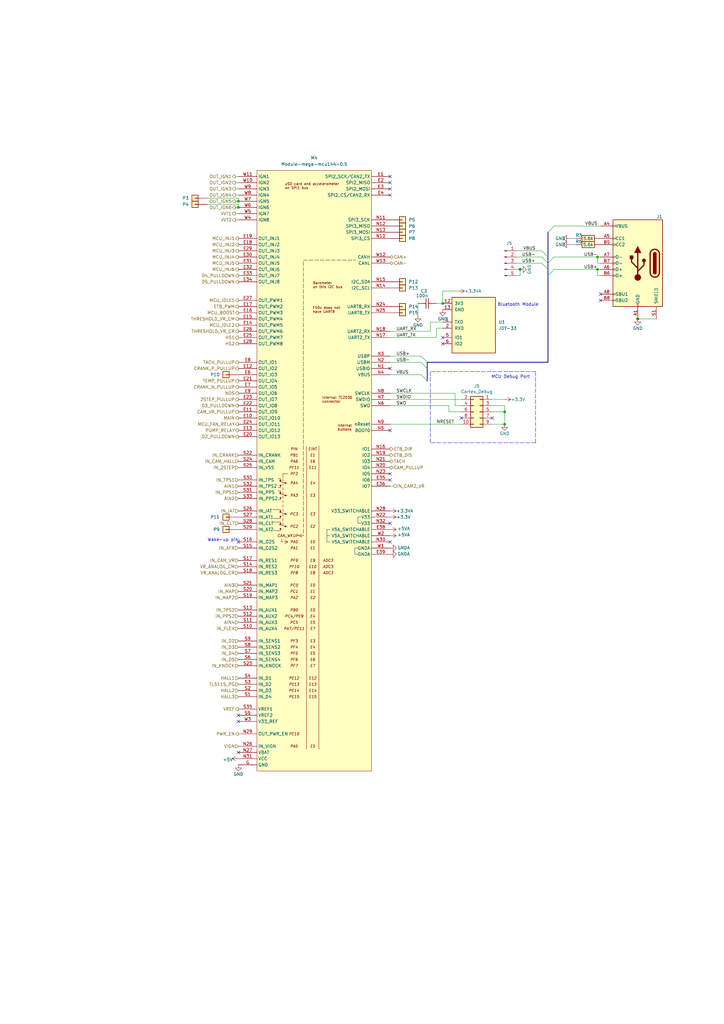
<source format=kicad_sch>
(kicad_sch (version 20230121) (generator eeschema)
  (paper "A3" portrait)
  (lib_symbols
    (symbol "Connector:Conn_01x05_Pin" (pin_names (offset 1.016) hide)
      (property "Reference" "J" (at 0 7.62 0))
      (property "Value" "Conn_01x05_Pin" (at 0 -7.62 0))
      (symbol "Conn_01x05_Pin_1_1"
        (polyline (pts (xy 1.27 -5.08) (xy 0.8636 -5.08)) (stroke (width 0.1524)))
        (polyline (pts (xy 1.27 -2.54) (xy 0.8636 -2.54)) (stroke (width 0.1524)))
        (polyline (pts (xy 1.27 0) (xy 0.8636 0)) (stroke (width 0.1524)))
        (polyline (pts (xy 1.27 2.54) (xy 0.8636 2.54)) (stroke (width 0.1524)))
        (polyline (pts (xy 1.27 5.08) (xy 0.8636 5.08)) (stroke (width 0.1524)))
        (rectangle (start 0.8636 -4.953) (end 0 -5.207) (stroke (width 0.1524)) (fill (type outline)))
        (rectangle (start 0.8636 -2.413) (end 0 -2.667) (stroke (width 0.1524)) (fill (type outline)))
        (rectangle (start 0.8636 0.127) (end 0 -0.127) (stroke (width 0.1524)) (fill (type outline)))
        (rectangle (start 0.8636 2.667) (end 0 2.413) (stroke (width 0.1524)) (fill (type outline)))
        (rectangle (start 0.8636 5.207) (end 0 4.953) (stroke (width 0.1524)) (fill (type outline)))
        (pin passive line (at 5.08 5.08 180) (length 3.81) (name "Pin_1") (number "1"))
        (pin passive line (at 5.08 2.54 180) (length 3.81) (name "Pin_2") (number "2"))
        (pin passive line (at 5.08 0 180) (length 3.81) (name "Pin_3") (number "3"))
        (pin passive line (at 5.08 -2.54 180) (length 3.81) (name "Pin_4") (number "4"))
        (pin passive line (at 5.08 -5.08 180) (length 3.81) (name "Pin_5") (number "5"))
      )
    )
    (symbol "Connector:USB_C_Receptacle_USB2.0" (pin_names (offset 1.016))
      (property "Reference" "J" (at -10.16 19.05 0))
      (property "Value" "USB_C_Receptacle_USB2.0" (at 19.05 19.05 0))
      (symbol "USB_C_Receptacle_USB2.0_0_0"
        (rectangle (start -0.254 -17.78) (end 0.254 -16.764))
        (rectangle (start 10.16 -14.986) (end 9.144 -15.494))
        (rectangle (start 10.16 -12.446) (end 9.144 -12.954))
        (rectangle (start 10.16 -4.826) (end 9.144 -5.334))
        (rectangle (start 10.16 -2.286) (end 9.144 -2.794))
        (rectangle (start 10.16 0.254) (end 9.144 -0.254))
        (rectangle (start 10.16 2.794) (end 9.144 2.286))
        (rectangle (start 10.16 7.874) (end 9.144 7.366))
        (rectangle (start 10.16 10.414) (end 9.144 9.906))
        (rectangle (start 10.16 15.494) (end 9.144 14.986))
      )
      (symbol "USB_C_Receptacle_USB2.0_0_1"
        (rectangle (start -10.16 17.78) (end 10.16 -17.78) (stroke (width 0.254)) (fill (type background)))
        (arc (start -8.89 -3.81) (mid -6.985 -5.7067) (end -5.08 -3.81) (stroke (width 0.508)))
        (arc (start -7.62 -3.81) (mid -6.985 -4.4423) (end -6.35 -3.81) (stroke (width 0.254)))
        (arc (start -7.62 -3.81) (mid -6.985 -4.4423) (end -6.35 -3.81) (stroke (width 0.254)) (fill (type outline)))
        (rectangle (start -7.62 -3.81) (end -6.35 3.81) (stroke (width 0.254)) (fill (type outline)))
        (arc (start -6.35 3.81) (mid -6.985 4.4423) (end -7.62 3.81) (stroke (width 0.254)))
        (arc (start -6.35 3.81) (mid -6.985 4.4423) (end -7.62 3.81) (stroke (width 0.254)) (fill (type outline)))
        (arc (start -5.08 3.81) (mid -6.985 5.7067) (end -8.89 3.81) (stroke (width 0.508)))
        (circle (center -2.54 1.143) (radius 0.635) (stroke (width 0.254)) (fill (type outline)))
        (circle (center 0 -5.842) (radius 1.27) (fill (type outline)))
        (polyline (pts (xy -8.89 -3.81) (xy -8.89 3.81)) (stroke (width 0.508)))
        (polyline (pts (xy -5.08 3.81) (xy -5.08 -3.81)) (stroke (width 0.508)))
        (polyline (pts (xy 0 -5.842) (xy 0 4.318)) (stroke (width 0.508)))
        (polyline (pts (xy 0 -3.302) (xy -2.54 -0.762) (xy -2.54 0.508)) (stroke (width 0.508)))
        (polyline (pts (xy 0 -2.032) (xy 2.54 0.508) (xy 2.54 1.778)) (stroke (width 0.508)))
        (polyline (pts (xy -1.27 4.318) (xy 0 6.858) (xy 1.27 4.318) (xy -1.27 4.318)) (stroke (width 0.254)) (fill (type outline)))
        (rectangle (start 1.905 1.778) (end 3.175 3.048) (stroke (width 0.254)) (fill (type outline)))
      )
      (symbol "USB_C_Receptacle_USB2.0_1_1"
        (pin passive line (at 0 -22.86 90) (length 5.08) (name "GND") (number "A1"))
        (pin passive line (at 0 -22.86 90) (length 5.08) hide (name "GND") (number "A12"))
        (pin passive line (at 15.24 15.24 180) (length 5.08) (name "VBUS") (number "A4"))
        (pin bidirectional line (at 15.24 10.16 180) (length 5.08) (name "CC1") (number "A5"))
        (pin bidirectional line (at 15.24 -2.54 180) (length 5.08) (name "D+") (number "A6"))
        (pin bidirectional line (at 15.24 2.54 180) (length 5.08) (name "D-") (number "A7"))
        (pin bidirectional line (at 15.24 -12.7 180) (length 5.08) (name "SBU1") (number "A8"))
        (pin passive line (at 15.24 15.24 180) (length 5.08) hide (name "VBUS") (number "A9"))
        (pin passive line (at 0 -22.86 90) (length 5.08) hide (name "GND") (number "B1"))
        (pin passive line (at 0 -22.86 90) (length 5.08) hide (name "GND") (number "B12"))
        (pin passive line (at 15.24 15.24 180) (length 5.08) hide (name "VBUS") (number "B4"))
        (pin bidirectional line (at 15.24 7.62 180) (length 5.08) (name "CC2") (number "B5"))
        (pin bidirectional line (at 15.24 -5.08 180) (length 5.08) (name "D+") (number "B6"))
        (pin bidirectional line (at 15.24 0 180) (length 5.08) (name "D-") (number "B7"))
        (pin bidirectional line (at 15.24 -15.24 180) (length 5.08) (name "SBU2") (number "B8"))
        (pin passive line (at 15.24 15.24 180) (length 5.08) hide (name "VBUS") (number "B9"))
        (pin passive line (at -7.62 -22.86 90) (length 5.08) (name "SHIELD") (number "S1"))
      )
    )
    (symbol "Connector_Generic:Conn_02x05_Odd_Even" (pin_names (offset 1.016) hide)
      (property "Reference" "J" (at 1.27 7.62 0))
      (property "Value" "Conn_02x05_Odd_Even" (at 1.27 -7.62 0))
      (symbol "Conn_02x05_Odd_Even_1_1"
        (rectangle (start -1.27 -4.953) (end 0 -5.207) (stroke (width 0.1524)))
        (rectangle (start -1.27 -2.413) (end 0 -2.667) (stroke (width 0.1524)))
        (rectangle (start -1.27 0.127) (end 0 -0.127) (stroke (width 0.1524)))
        (rectangle (start -1.27 2.667) (end 0 2.413) (stroke (width 0.1524)))
        (rectangle (start -1.27 5.207) (end 0 4.953) (stroke (width 0.1524)))
        (rectangle (start -1.27 6.35) (end 3.81 -6.35) (stroke (width 0.254)) (fill (type background)))
        (rectangle (start 3.81 -4.953) (end 2.54 -5.207) (stroke (width 0.1524)))
        (rectangle (start 3.81 -2.413) (end 2.54 -2.667) (stroke (width 0.1524)))
        (rectangle (start 3.81 0.127) (end 2.54 -0.127) (stroke (width 0.1524)))
        (rectangle (start 3.81 2.667) (end 2.54 2.413) (stroke (width 0.1524)))
        (rectangle (start 3.81 5.207) (end 2.54 4.953) (stroke (width 0.1524)))
        (pin passive line (at -5.08 5.08 0) (length 3.81) (name "Pin_1") (number "1"))
        (pin passive line (at 7.62 -5.08 180) (length 3.81) (name "Pin_10") (number "10"))
        (pin passive line (at 7.62 5.08 180) (length 3.81) (name "Pin_2") (number "2"))
        (pin passive line (at -5.08 2.54 0) (length 3.81) (name "Pin_3") (number "3"))
        (pin passive line (at 7.62 2.54 180) (length 3.81) (name "Pin_4") (number "4"))
        (pin passive line (at -5.08 0 0) (length 3.81) (name "Pin_5") (number "5"))
        (pin passive line (at 7.62 0 180) (length 3.81) (name "Pin_6") (number "6"))
        (pin passive line (at -5.08 -2.54 0) (length 3.81) (name "Pin_7") (number "7"))
        (pin passive line (at 7.62 -2.54 180) (length 3.81) (name "Pin_8") (number "8"))
        (pin passive line (at -5.08 -5.08 0) (length 3.81) (name "Pin_9") (number "9"))
      )
    )
    (symbol "JDY-33:JDY-33" (pin_names (offset 1.016))
      (property "Reference" "U" (at -15.24 31.115 0))
      (property "Value" "JDY-33" (at -15.24 -30.48 0))
      (symbol "JDY-33_0_1"
        (rectangle (start 0 11.938) (end 17.78 -10.922) (stroke (width 0.254)) (fill (type background)))
      )
      (symbol "JDY-33_1_1"
        (pin output line (at -3.81 1.778 0) (length 3.81) (name "TXD") (number "1"))
        (pin power_in line (at -3.81 9.398 0) (length 3.81) (name "3V3") (number "12"))
        (pin power_in line (at -3.81 6.858 0) (length 3.81) (name "GND") (number "13"))
        (pin input line (at -3.81 -0.762 0) (length 3.81) (name "RXD") (number "2"))
        (pin passive line (at -3.81 -4.572 0) (length 3.81) (name "IO1") (number "5"))
        (pin passive line (at -3.81 -7.112 0) (length 3.81) (name "IO2") (number "6"))
      )
    )
    (symbol "hellen-one-common:Cap" (pin_numbers hide)
      (property "Reference" "C" (at -3.81 2.54 0))
      (property "Value" "Cap" (at -2.54 -1.27 0))
      (symbol "Cap_1_0"
        (polyline (pts (xy -1.27 0) (xy -0.508 0)) (stroke (width 0.254)))
        (polyline (pts (xy -0.508 -2.032) (xy -0.508 2.032)) (stroke (width 0.254)))
        (polyline (pts (xy 0.508 2.032) (xy 0.508 -2.032)) (stroke (width 0.254)))
        (polyline (pts (xy 1.27 0) (xy 0.508 0)) (stroke (width 0.254)))
        (pin passive line (at -3.81 0 0) (length 2.54) (name "") (number "1"))
        (pin passive line (at 3.81 0 180) (length 2.54) (name "") (number "2"))
      )
    )
    (symbol "hellen-one-common:Pad" (pin_numbers hide) (pin_names (offset 1.016) hide)
      (property "Reference" "P" (at 2.54 0 0))
      (symbol "Pad_1_1"
        (rectangle (start -1.27 0.127) (end 0 -0.127) (stroke (width 0.1524)))
        (rectangle (start -1.27 1.27) (end 1.27 -1.27) (stroke (width 0.254)) (fill (type background)))
        (pin passive line (at -5.08 0 0) (length 3.81) (name "Pin_1") (number "1"))
      )
    )
    (symbol "hellen-one-common:Res" (pin_numbers hide)
      (property "Reference" "R" (at 3.81 2.54 0))
      (property "Value" "Res" (at 5.08 -2.54 0))
      (symbol "Res_1_0"
        (rectangle (start 2.54 -1.27) (end 7.62 1.27) (stroke (width 0.254)) (fill (type background)))
        (pin passive line (at 0 0 0) (length 2.54) (name "") (number "1"))
        (pin passive line (at 10.16 0 180) (length 2.54) (name "") (number "2"))
      )
    )
    (symbol "hellen-one-mega-mcu144-0.5:Module-mega-mcu144-0.5"
      (property "Reference" "M1000" (at 7.62 2.54 0))
      (property "Value" "Module-mega-mcu144-0.5" (at 7.62 -246.38 0))
      (symbol "Module-mega-mcu144-0.5_0_1"
        (polyline (pts (xy 16.764 -142.748) (xy 19.304 -143.51)))
        (polyline (pts (xy 16.764 -137.668) (xy 19.304 -138.43)))
        (polyline (pts (xy 16.764 -130.048) (xy 19.304 -130.81)))
        (polyline (pts (xy 16.764 -124.968) (xy 19.304 -125.73)))
        (polyline (pts (xy 18.288 -143.002) (xy 18.288 -141.986)))
        (polyline (pts (xy 18.288 -141.224) (xy 18.288 -140.208)))
        (polyline (pts (xy 18.288 -139.446) (xy 18.288 -138.43)))
        (polyline (pts (xy 18.288 -137.414) (xy 18.288 -136.398)))
        (polyline (pts (xy 18.288 -135.636) (xy 18.288 -134.62)))
        (polyline (pts (xy 18.288 -133.858) (xy 18.288 -132.842)))
        (polyline (pts (xy 18.288 -132.08) (xy 18.288 -131.064)))
        (polyline (pts (xy 18.288 -130.302) (xy 18.288 -129.286)))
        (polyline (pts (xy 18.288 -128.524) (xy 18.288 -127.508)))
        (polyline (pts (xy 18.288 -126.746) (xy 18.288 -125.73)))
        (polyline (pts (xy 18.288 -124.968) (xy 18.288 -123.952)))
        (polyline (pts (xy 18.288 -123.444) (xy 18.288 -121.92)))
        (polyline (pts (xy 18.288 -121.92) (xy 20.32 -121.92)))
        (polyline (pts (xy 19.304 -143.51) (xy 20.066 -143.51)))
        (polyline (pts (xy 19.304 -138.43) (xy 20.066 -138.43)))
        (polyline (pts (xy 19.304 -130.81) (xy 20.066 -130.81)))
        (polyline (pts (xy 19.304 -125.73) (xy 20.066 -125.73)))
        (polyline (pts (xy 17.272 -144.526) (xy 17.272 -145.288) (xy 14.478 -145.288)))
        (polyline (pts (xy 17.272 -142.494) (xy 17.272 -141.732) (xy 14.478 -141.732)))
        (polyline (pts (xy 17.272 -139.446) (xy 17.272 -140.208) (xy 14.478 -140.208)))
        (polyline (pts (xy 17.272 -137.414) (xy 17.272 -136.652) (xy 14.224 -136.652)))
        (polyline (pts (xy 17.272 -131.826) (xy 17.272 -132.588) (xy 16.256 -132.588)))
        (polyline (pts (xy 17.272 -129.794) (xy 17.272 -129.032) (xy 16.256 -129.032)))
        (polyline (pts (xy 17.272 -126.746) (xy 17.272 -127.508) (xy 16.256 -127.508)))
        (polyline (pts (xy 17.272 -124.714) (xy 17.272 -123.952) (xy 16.256 -123.952)))
        (circle (center 17.272 -144.526) (radius 0.254) (fill (type outline)))
        (circle (center 17.272 -142.494) (radius 0.254) (fill (type outline)))
        (circle (center 17.272 -139.446) (radius 0.254) (fill (type outline)))
        (circle (center 17.272 -137.414) (radius 0.254) (fill (type outline)))
        (circle (center 17.272 -131.826) (radius 0.254) (fill (type outline)))
        (circle (center 17.272 -129.794) (radius 0.254) (fill (type outline)))
        (circle (center 17.272 -126.746) (radius 0.254) (fill (type outline)))
        (circle (center 17.272 -124.714) (radius 0.254) (fill (type outline)))
        (circle (center 19.304 -143.51) (radius 0.254) (fill (type outline)))
        (circle (center 19.304 -138.43) (radius 0.254) (fill (type outline)))
        (circle (center 19.304 -130.81) (radius 0.254) (fill (type outline)))
        (circle (center 19.304 -125.73) (radius 0.254) (fill (type outline)))
      )
      (symbol "Module-mega-mcu144-0.5_1_0"
        (polyline (pts (xy 20.32 -149.86) (xy 19.05 -150.495)))
        (polyline (pts (xy 20.32 -149.86) (xy 19.05 -149.225)))
        (polyline (pts (xy 24.765 -147.32) (xy 26.035 -147.955)))
        (polyline (pts (xy 24.765 -147.32) (xy 26.035 -146.685)))
        (polyline (pts (xy 27.94 -110.49) (xy 27.94 -234.95)))
        (polyline (pts (xy 33.02 -110.49) (xy 33.02 -234.95)))
        (polyline (pts (xy 17.78 -148.59) (xy 17.78 -149.86) (xy 20.32 -149.86)) (stroke (width 0) (type dash)))
        (polyline (pts (xy 36.322 -147.32) (xy 37.592 -147.32) (xy 37.592 -147.32) (xy 37.592 -147.32)) (stroke (width 0) (color 7 55 99 1)))
        (polyline (pts (xy 37.592 -144.78) (xy 36.322 -144.78) (xy 36.322 -149.86) (xy 37.592 -149.86)) (stroke (width 0) (color 7 55 99 1)))
        (polyline (pts (xy 49.022 -152.4) (xy 47.752 -152.4) (xy 47.752 -154.94) (xy 49.022 -154.94)) (stroke (width 0) (color 7 55 99 1)))
        (polyline (pts (xy 50.292 -139.7) (xy 49.022 -139.7) (xy 49.022 -142.24) (xy 50.292 -142.24)) (stroke (width 0) (color 7 55 99 1)))
        (polyline (pts (xy 25.4 -147.32) (xy 26.67 -147.32) (xy 26.67 -124.46) (xy 26.67 -34.29) (xy 48.26 -34.29)) (stroke (width 0) (type dash)))
        (rectangle (start 7.62 2.54) (end 54.61 -243.84) (fill (type background)))
        (text "ADC3" (at 36.83 -162.56 0) (effects (font (size 1.1 1.1) italic)))
        (text "ADC3" (at 36.83 -160.02 0) (effects (font (size 1.1 1.1) italic)))
        (text "ADC3" (at 36.83 -157.48 0) (effects (font (size 1.1 1.1) italic)))
        (text "Barometer\non this I2C bus" (at 30.48 -44.45 0) (effects (font (size 1.016 1.016)) (justify left)))
        (text "CAN_WKUP" (at 20.32 -147.32 0) (effects (font (size 1.1 1.1) italic)))
        (text "E0" (at 30.48 -177.8 0) (effects (font (size 1.1 1.1) italic)))
        (text "E0" (at 30.48 -167.64 0) (effects (font (size 1.1 1.1) italic)))
        (text "E0" (at 30.48 -149.86 0) (effects (font (size 1.1 1.1) italic)))
        (text "E1" (at 30.48 -170.18 0) (effects (font (size 1.1 1.1) italic)))
        (text "E1" (at 30.48 -152.4 0) (effects (font (size 1.1 1.1) italic)))
        (text "E1" (at 30.48 -114.3 0) (effects (font (size 1.1 1.1) italic)))
        (text "E10" (at 30.48 -160.02 0) (effects (font (size 1.1 1.1) italic)))
        (text "E11" (at 30.48 -119.38 0) (effects (font (size 1.1 1.1) italic)))
        (text "E12" (at 30.48 -205.74 0) (effects (font (size 1.1 1.1) italic)))
        (text "E13" (at 30.48 -208.28 0) (effects (font (size 1.1 1.1) italic)))
        (text "E14" (at 30.48 -210.82 0) (effects (font (size 1.1 1.1) italic)))
        (text "E15" (at 30.48 -213.36 0) (effects (font (size 1.1 1.1) italic)))
        (text "E2" (at 30.48 -172.72 0) (effects (font (size 1.1 1.1) italic)))
        (text "E2" (at 30.48 -143.51 0) (effects (font (size 1.1 1.1) italic)))
        (text "E3" (at 30.48 -190.5 0) (effects (font (size 1.1 1.1) italic)))
        (text "E3" (at 30.48 -138.43 0) (effects (font (size 1.1 1.1) italic)))
        (text "E3" (at 30.48 -130.81 0) (effects (font (size 1.1 1.1) italic)))
        (text "E4" (at 30.48 -193.04 0) (effects (font (size 1.1 1.1) italic)))
        (text "E4" (at 30.48 -180.34 0) (effects (font (size 1.1 1.1) italic)))
        (text "E4" (at 30.48 -125.73 0) (effects (font (size 1.1 1.1) italic)))
        (text "E5" (at 30.48 -233.68 0) (effects (font (size 1.1 1.1) italic)))
        (text "E5" (at 30.48 -195.58 0) (effects (font (size 1.1 1.1) italic)))
        (text "E5" (at 30.48 -182.88 0) (effects (font (size 1.1 1.1) italic)))
        (text "E6" (at 30.48 -198.12 0) (effects (font (size 1.1 1.1) italic)))
        (text "E6" (at 30.48 -116.84 0) (effects (font (size 1.1 1.1) italic)))
        (text "E7" (at 30.48 -200.66 0) (effects (font (size 1.1 1.1) italic)))
        (text "E7" (at 30.48 -185.42 0) (effects (font (size 1.1 1.1) italic)))
        (text "E8" (at 30.48 -162.56 0) (effects (font (size 1.1 1.1) italic)))
        (text "E9" (at 30.48 -157.48 0) (effects (font (size 1.1 1.1) italic)))
        (text "EINT" (at 30.48 -111.76 0) (effects (font (size 1.1 1.1) italic)))
        (text "F40x does not\nhave UART8" (at 30.48 -54.61 0) (effects (font (size 1.016 1.016)) (justify left)))
        (text "Internal\nbuttons" (at 40.64 -102.87 0) (effects (font (size 1.016 1.016)) (justify left)))
        (text "Internal TC2030\nconnector" (at 34.29 -91.44 0) (effects (font (size 1.016 1.016)) (justify left)))
        (text "PA0" (at 22.86 -149.86 0) (effects (font (size 1.1 1.1) italic)))
        (text "PA1" (at 22.86 -152.4 0) (effects (font (size 1.1 1.1) italic)))
        (text "PA2" (at 22.86 -172.72 0) (effects (font (size 1.1 1.1) italic)))
        (text "PA3" (at 22.86 -130.81 0) (effects (font (size 1.1 1.1) italic)))
        (text "PA4" (at 22.86 -125.73 0) (effects (font (size 1.1 1.1) italic)))
        (text "PA5" (at 22.86 -233.68 0) (effects (font (size 1.1 1.1) italic)))
        (text "PA6" (at 22.86 -116.84 0) (effects (font (size 1.1 1.1) italic)))
        (text "PA7/PE11" (at 22.86 -185.42 0) (effects (font (size 1.1 1.1) italic)))
        (text "PB0" (at 22.86 -177.8 0) (effects (font (size 1.1 1.1) italic)))
        (text "PB1" (at 22.86 -114.3 0) (effects (font (size 1.1 1.1) italic)))
        (text "PC0" (at 22.86 -167.64 0) (effects (font (size 1.1 1.1) italic)))
        (text "PC1" (at 22.86 -170.18 0) (effects (font (size 1.1 1.1) italic)))
        (text "PC2" (at 22.86 -143.51 0) (effects (font (size 1.1 1.1) italic)))
        (text "PC3" (at 22.86 -138.43 0) (effects (font (size 1.1 1.1) italic)))
        (text "PC4/PE9" (at 22.86 -180.34 0) (effects (font (size 1.1 1.1) italic)))
        (text "PC5" (at 22.86 -182.88 0) (effects (font (size 1.1 1.1) italic)))
        (text "PE10" (at 22.86 -228.6 0) (effects (font (size 1.1 1.1) italic)))
        (text "PE12" (at 22.86 -205.74 0) (effects (font (size 1.1 1.1) italic)))
        (text "PE13" (at 22.86 -208.28 0) (effects (font (size 1.1 1.1) italic)))
        (text "PE14" (at 22.86 -210.82 0) (effects (font (size 1.1 1.1) italic)))
        (text "PE15" (at 22.86 -213.36 0) (effects (font (size 1.1 1.1) italic)))
        (text "PF10" (at 22.86 -160.02 0) (effects (font (size 1.1 1.1) italic)))
        (text "PF11" (at 22.86 -119.38 0) (effects (font (size 1.1 1.1) italic)))
        (text "PF2" (at 22.86 -121.92 0) (effects (font (size 1.1 1.1) italic)))
        (text "PF3" (at 22.86 -190.5 0) (effects (font (size 1.1 1.1) italic)))
        (text "PF4" (at 22.86 -193.04 0) (effects (font (size 1.1 1.1) italic)))
        (text "PF5" (at 22.86 -195.58 0) (effects (font (size 1.1 1.1) italic)))
        (text "PF6" (at 22.86 -198.12 0) (effects (font (size 1.1 1.1) italic)))
        (text "PF7" (at 22.86 -200.66 0) (effects (font (size 1.1 1.1) italic)))
        (text "PF8" (at 22.86 -162.56 0) (effects (font (size 1.1 1.1) italic)))
        (text "PF9" (at 22.86 -157.48 0) (effects (font (size 1.1 1.1) italic)))
        (text "PIN" (at 22.86 -111.76 0) (effects (font (size 1.1 1.1) italic)))
        (text "uSD card and accelerometer \non SPI1 bus" (at 19.05 -3.81 0) (effects (font (size 1.016 1.016)) (justify left)))
        (pin passive line (at 62.23 0 180) (length 7.62) (name "SPI2_SCK/CAN2_TX") (number "E1"))
        (pin passive line (at 0 -99.06 0) (length 7.62) (name "OUT_IO10") (number "E10"))
        (pin passive line (at 0 -96.52 0) (length 7.62) (name "OUT_IO9") (number "E11"))
        (pin passive line (at 0 -78.74 0) (length 7.62) (name "OUT_IO2") (number "E12"))
        (pin passive line (at 0 -104.14 0) (length 7.62) (name "OUT_IO12") (number "E13"))
        (pin passive line (at 0 -60.96 0) (length 7.62) (name "OUT_PWM5") (number "E14"))
        (pin passive line (at 0 -58.42 0) (length 7.62) (name "OUT_PWM4") (number "E15"))
        (pin passive line (at 0 -55.88 0) (length 7.62) (name "OUT_PWM3") (number "E16"))
        (pin passive line (at 0 -53.34 0) (length 7.62) (name "OUT_PWM2") (number "E17"))
        (pin passive line (at 0 -27.94 0) (length 7.62) (name "OUT_INJ2") (number "E18"))
        (pin passive line (at 0 -25.4 0) (length 7.62) (name "OUT_INJ1") (number "E19"))
        (pin passive line (at 62.23 -2.54 180) (length 7.62) (name "SPI2_MISO") (number "E2"))
        (pin passive line (at 0 -106.68 0) (length 7.62) (name "OUT_IO13") (number "E20"))
        (pin passive line (at 0 -83.82 0) (length 7.62) (name "OUT_IO4") (number "E21"))
        (pin passive line (at 0 -93.98 0) (length 7.62) (name "OUT_IO8") (number "E22"))
        (pin passive line (at 0 -91.44 0) (length 7.62) (name "OUT_IO7") (number "E23"))
        (pin passive line (at 0 -101.6 0) (length 7.62) (name "OUT_IO11") (number "E24"))
        (pin passive line (at 0 -66.04 0) (length 7.62) (name "OUT_PWM7") (number "E25"))
        (pin passive line (at 0 -63.5 0) (length 7.62) (name "OUT_PWM6") (number "E26"))
        (pin passive line (at 0 -50.8 0) (length 7.62) (name "OUT_PWM1") (number "E27"))
        (pin passive line (at 0 -68.58 0) (length 7.62) (name "OUT_PWM8") (number "E28"))
        (pin passive line (at 0 -30.48 0) (length 7.62) (name "OUT_INJ3") (number "E29"))
        (pin passive line (at 62.23 -5.08 180) (length 7.62) (name "SPI2_MOSI") (number "E3"))
        (pin passive line (at 0 -33.02 0) (length 7.62) (name "OUT_INJ4") (number "E30"))
        (pin passive line (at 0 -35.56 0) (length 7.62) (name "OUT_INJ5") (number "E31"))
        (pin passive line (at 0 -38.1 0) (length 7.62) (name "OUT_INJ6") (number "E32"))
        (pin passive line (at 0 -40.64 0) (length 7.62) (name "OUT_INJ7") (number "E33"))
        (pin passive line (at 0 -43.18 0) (length 7.62) (name "OUT_INJ8") (number "E34"))
        (pin passive line (at 62.23 -124.46 180) (length 7.62) (name "IO6") (number "E35"))
        (pin passive line (at 62.23 -127 180) (length 7.62) (name "IO7") (number "E36"))
        (pin passive line (at 62.23 -144.78 180) (length 7.62) (name "V5A_SWITCHABLE") (number "E38"))
        (pin passive line (at 62.23 -154.94 180) (length 7.62) (name "GNDA") (number "E39"))
        (pin passive line (at 62.23 -7.62 180) (length 7.62) (name "SPI2_CS/CAN2_RX") (number "E4"))
        (pin passive line (at 0 -81.28 0) (length 7.62) (name "OUT_IO3") (number "E6"))
        (pin passive line (at 0 -86.36 0) (length 7.62) (name "OUT_IO5") (number "E7"))
        (pin passive line (at 0 -76.2 0) (length 7.62) (name "OUT_IO1") (number "E8"))
        (pin passive line (at 0 -88.9 0) (length 7.62) (name "OUT_IO6") (number "E9"))
        (pin passive line (at 0 -241.3 0) (length 7.62) (name "GND") (number "G"))
        (pin passive line (at 62.23 -78.74 180) (length 7.62) (name "USBID") (number "N1"))
        (pin passive line (at 62.23 -25.4 180) (length 7.62) (name "SPI3_CS") (number "N10"))
        (pin passive line (at 62.23 -17.78 180) (length 7.62) (name "SPI3_SCK") (number "N11"))
        (pin passive line (at 62.23 -20.32 180) (length 7.62) (name "SPI3_MISO") (number "N12"))
        (pin passive line (at 62.23 -22.86 180) (length 7.62) (name "SPI3_MOSI") (number "N13"))
        (pin passive line (at 62.23 -45.72 180) (length 7.62) (name "I2C_SCL") (number "N14"))
        (pin passive line (at 62.23 -43.18 180) (length 7.62) (name "I2C_SDA") (number "N15"))
        (pin passive line (at 62.23 -111.76 180) (length 7.62) (name "IO1") (number "N16"))
        (pin passive line (at 62.23 -66.04 180) (length 7.62) (name "UART2_TX") (number "N17"))
        (pin passive line (at 62.23 -63.5 180) (length 7.62) (name "UART2_RX") (number "N18"))
        (pin passive line (at 62.23 -114.3 180) (length 7.62) (name "IO2") (number "N19"))
        (pin passive line (at 62.23 -76.2 180) (length 7.62) (name "USBM") (number "N2"))
        (pin passive line (at 62.23 -119.38 180) (length 7.62) (name "IO4") (number "N20"))
        (pin passive line (at 62.23 -116.84 180) (length 7.62) (name "IO3") (number "N21"))
        (pin passive line (at 62.23 -139.7 180) (length 7.62) (name "V33") (number "N22"))
        (pin passive line (at 62.23 -121.92 180) (length 7.62) (name "IO5") (number "N23"))
        (pin passive line (at 62.23 -53.34 180) (length 7.62) (name "UART8_RX") (number "N24"))
        (pin passive line (at 62.23 -55.88 180) (length 7.62) (name "UART8_TX") (number "N25"))
        (pin passive line (at 0 -233.68 0) (length 7.62) (name "IN_VIGN") (number "N26"))
        (pin passive line (at 0 -236.22 0) (length 7.62) (name "VBAT") (number "N27"))
        (pin passive line (at 62.23 -137.16 180) (length 7.62) (name "V33_SWITCHABLE") (number "N28"))
        (pin passive line (at 0 -228.6 0) (length 7.62) (name "OUT_PWR_EN") (number "N29"))
        (pin passive line (at 62.23 -73.66 180) (length 7.62) (name "USBP") (number "N3"))
        (pin passive line (at 62.23 -149.86 180) (length 7.62) (name "V5A_SWITCHABLE") (number "N30"))
        (pin passive line (at 0 -238.76 0) (length 7.62) (name "VCC") (number "N31"))
        (pin passive line (at 62.23 -142.24 180) (length 7.62) (name "V33") (number "N32"))
        (pin passive line (at 62.23 -81.28 180) (length 7.62) (name "VBUS") (number "N4"))
        (pin passive line (at 62.23 -104.14 180) (length 7.62) (name "BOOT0") (number "N5"))
        (pin passive line (at 62.23 -93.98 180) (length 7.62) (name "SWO") (number "N6"))
        (pin passive line (at 62.23 -91.44 180) (length 7.62) (name "SWDIO") (number "N7"))
        (pin passive line (at 62.23 -88.9 180) (length 7.62) (name "SWCLK") (number "N8"))
        (pin passive line (at 62.23 -101.6 180) (length 7.62) (name "nReset") (number "N9"))
        (pin passive line (at 0 -213.36 0) (length 7.62) (name "IN_D4") (number "S1"))
        (pin passive line (at 0 -185.42 0) (length 7.62) (name "IN_AUX4") (number "S10"))
        (pin passive line (at 0 -182.88 0) (length 7.62) (name "IN_AUX3") (number "S11"))
        (pin passive line (at 0 -180.34 0) (length 7.62) (name "IN_AUX2") (number "S12"))
        (pin passive line (at 0 -177.8 0) (length 7.62) (name "IN_AUX1") (number "S13"))
        (pin passive line (at 0 -160.02 0) (length 7.62) (name "IN_RES2") (number "S14"))
        (pin passive line (at 0 -152.4 0) (length 7.62) (name "IN_O2S2") (number "S15"))
        (pin passive line (at 0 -149.86 0) (length 7.62) (name "IN_O2S") (number "S16"))
        (pin passive line (at 0 -157.48 0) (length 7.62) (name "IN_RES1") (number "S17"))
        (pin passive line (at 0 -162.56 0) (length 7.62) (name "IN_RES3") (number "S18"))
        (pin passive line (at 0 -172.72 0) (length 7.62) (name "IN_MAP3") (number "S19"))
        (pin passive line (at 0 -210.82 0) (length 7.62) (name "IN_D3") (number "S2"))
        (pin passive line (at 0 -170.18 0) (length 7.62) (name "IN_MAP2") (number "S20"))
        (pin passive line (at 0 -167.64 0) (length 7.62) (name "IN_MAP1") (number "S21"))
        (pin passive line (at 0 -114.3 0) (length 7.62) (name "IN_CRANK") (number "S22"))
        (pin passive line (at 0 -200.66 0) (length 7.62) (name "IN_KNOCK") (number "S23"))
        (pin passive line (at 0 -116.84 0) (length 7.62) (name "IN_CAM") (number "S24"))
        (pin passive line (at 0 -119.38 0) (length 7.62) (name "IN_VSS") (number "S25"))
        (pin passive line (at 0 -137.16 0) (length 7.62) (name "IN_IAT") (number "S26"))
        (pin passive line (at 0 -139.7 0) (length 7.62) (name "IN_AT1") (number "S27"))
        (pin passive line (at 0 -142.24 0) (length 7.62) (name "IN_CLT") (number "S28"))
        (pin passive line (at 0 -144.78 0) (length 7.62) (name "IN_AT2") (number "S29"))
        (pin passive line (at 0 -208.28 0) (length 7.62) (name "IN_D2") (number "S3"))
        (pin passive line (at 0 -124.46 0) (length 7.62) (name "IN_TPS") (number "S30"))
        (pin passive line (at 0 -129.54 0) (length 7.62) (name "IN_PPS") (number "S31"))
        (pin passive line (at 0 -127 0) (length 7.62) (name "IN_TPS2") (number "S32"))
        (pin passive line (at 0 -132.08 0) (length 7.62) (name "IN_PPS2") (number "S33"))
        (pin passive line (at 0 -218.44 0) (length 7.62) (name "VREF1") (number "S35"))
        (pin passive line (at 0 -205.74 0) (length 7.62) (name "IN_D1") (number "S4"))
        (pin passive line (at 0 -220.98 0) (length 7.62) (name "VREF2") (number "S5"))
        (pin passive line (at 0 -198.12 0) (length 7.62) (name "IN_SENS4") (number "S6"))
        (pin passive line (at 0 -195.58 0) (length 7.62) (name "IN_SENS3") (number "S7"))
        (pin passive line (at 0 -193.04 0) (length 7.62) (name "IN_SENS2") (number "S8"))
        (pin passive line (at 0 -190.5 0) (length 7.62) (name "IN_SENS1") (number "S9"))
        (pin passive line (at 62.23 -152.4 180) (length 7.62) (name "GNDA") (number "W1"))
        (pin passive line (at 0 -2.54 0) (length 7.62) (name "IGN2") (number "W10"))
        (pin passive line (at 0 0 0) (length 7.62) (name "IGN1") (number "W11"))
        (pin passive line (at 62.23 -33.02 180) (length 7.62) (name "CANH") (number "W12"))
        (pin passive line (at 62.23 -35.56 180) (length 7.62) (name "CANL") (number "W13"))
        (pin passive line (at 62.23 -147.32 180) (length 7.62) (name "V5A_SWITCHABLE") (number "W2"))
        (pin passive line (at 0 -223.52 0) (length 7.62) (name "V33_REF") (number "W3"))
        (pin passive line (at 0 -17.78 0) (length 7.62) (name "IGN8") (number "W4"))
        (pin passive line (at 0 -15.24 0) (length 7.62) (name "IGN7") (number "W5"))
        (pin passive line (at 0 -12.7 0) (length 7.62) (name "IGN6") (number "W6"))
        (pin passive line (at 0 -10.16 0) (length 7.62) (name "IGN5") (number "W7"))
        (pin passive line (at 0 -7.62 0) (length 7.62) (name "IGN4") (number "W8"))
        (pin passive line (at 0 -5.08 0) (length 7.62) (name "IGN3") (number "W9"))
      )
    )
    (symbol "power:+3.3V" (power) (pin_names (offset 0))
      (property "Value" "+3.3V" (at 0 3.556 0))
      (symbol "+3.3V_0_1"
        (polyline (pts (xy -0.762 1.27) (xy 0 2.54)))
        (polyline (pts (xy 0 0) (xy 0 2.54)))
        (polyline (pts (xy 0 2.54) (xy 0.762 1.27)))
      )
      (symbol "+3.3V_1_1"
        (pin power_in line (at 0 0 90) (length 0) hide (name "+3.3V") (number "1"))
      )
    )
    (symbol "power:+3.3VA" (power) (pin_names (offset 0))
      (property "Value" "+3.3VA" (at 0 3.556 0))
      (symbol "+3.3VA_0_1"
        (polyline (pts (xy -0.762 1.27) (xy 0 2.54)))
        (polyline (pts (xy 0 0) (xy 0 2.54)))
        (polyline (pts (xy 0 2.54) (xy 0.762 1.27)))
      )
      (symbol "+3.3VA_1_1"
        (pin power_in line (at 0 0 90) (length 0) hide (name "+3.3VA") (number "1"))
      )
    )
    (symbol "power:+5V" (power) (pin_names (offset 0))
      (property "Value" "+5V" (at 0 3.556 0))
      (symbol "+5V_0_1"
        (polyline (pts (xy -0.762 1.27) (xy 0 2.54)))
        (polyline (pts (xy 0 0) (xy 0 2.54)))
        (polyline (pts (xy 0 2.54) (xy 0.762 1.27)))
      )
      (symbol "+5V_1_1"
        (pin power_in line (at 0 0 90) (length 0) hide (name "+5V") (number "1"))
      )
    )
    (symbol "power:+5VA" (power) (pin_names (offset 0))
      (property "Value" "+5VA" (at 0 3.556 0))
      (symbol "+5VA_0_1"
        (polyline (pts (xy -0.762 1.27) (xy 0 2.54)))
        (polyline (pts (xy 0 0) (xy 0 2.54)))
        (polyline (pts (xy 0 2.54) (xy 0.762 1.27)))
      )
      (symbol "+5VA_1_1"
        (pin power_in line (at 0 0 90) (length 0) hide (name "+5VA") (number "1"))
      )
    )
    (symbol "power:GND" (power) (pin_names (offset 0))
      (property "Value" "GND" (at 0 -3.81 0))
      (symbol "GND_0_1"
        (polyline (pts (xy 0 0) (xy 0 -1.27) (xy 1.27 -1.27) (xy 0 -2.54) (xy -1.27 -1.27) (xy 0 -1.27)))
      )
      (symbol "GND_1_1"
        (pin power_in line (at 0 0 270) (length 0) hide (name "GND") (number "1"))
      )
    )
    (symbol "power:GNDA" (power) (pin_names (offset 0))
      (property "Value" "GNDA" (at 0 -3.81 0))
      (symbol "GNDA_0_1"
        (polyline (pts (xy 0 0) (xy 0 -1.27) (xy 1.27 -1.27) (xy 0 -2.54) (xy -1.27 -1.27) (xy 0 -1.27)))
      )
      (symbol "GNDA_1_1"
        (pin power_in line (at 0 0 270) (length 0) hide (name "GNDA") (number "1"))
      )
    )
  )
  (junction (at 207.01 173.99))
  (junction (at 261.62 130.81) (diameter 1.016))
  (junction (at 97.79 85.09))
  (junction (at 245.11 110.49))
  (junction (at 213.36 110.49) (diameter 1.016))
  (junction (at 245.11 105.41))
  (junction (at 97.79 82.55))
  (junction (at 207.01 168.91))
  (junction (at 181.61 124.46))
  (no_connect (at 97.79 222.25))
  (no_connect (at 160.02 80.01))
  (no_connect (at 246.38 123.19))
  (no_connect (at 160.02 74.93))
  (no_connect (at 160.02 151.13))
  (no_connect (at 160.02 222.25))
  (no_connect (at 160.02 72.39))
  (no_connect (at 160.02 214.63))
  (no_connect (at 160.02 77.47))
  (no_connect (at 189.23 171.45))
  (no_connect (at 181.61 138.43))
  (no_connect (at 201.93 171.45))
  (no_connect (at 181.61 140.97))
  (no_connect (at 160.02 176.53))
  (no_connect (at 97.79 293.37))
  (no_connect (at 160.02 194.31))
  (no_connect (at 97.79 308.61))
  (no_connect (at 97.79 295.91))
  (no_connect (at 160.02 196.85))
  (no_connect (at 246.38 120.65))
  (bus_entry (at 222.25 105.41) (size 2.54 2.54))
  (bus_entry (at 227.33 110.49) (size -2.54 2.54) (stroke (width 0.1524)))
  (bus_entry (at 222.25 107.95) (size 2.54 2.54))
  (bus_entry (at 172.72 148.59) (size 2.54 2.54) (stroke (width 0.1524)))
  (bus_entry (at 222.25 102.87) (size 2.54 2.54))
  (bus_entry (at 172.72 153.67) (size 2.54 2.54) (stroke (width 0.1524)))
  (bus_entry (at 227.33 105.41) (size -2.54 2.54) (stroke (width 0.1524)))
  (bus_entry (at 172.72 146.05) (size 2.54 2.54) (stroke (width 0.1524)))
  (bus_entry (at 227.33 92.71) (size -2.54 2.54) (stroke (width 0.1524)))
  (bus (pts (xy 224.79 105.41) (xy 224.79 107.95)))
  (wire (pts (xy 181.61 119.38) (xy 181.61 124.46)))
  (bus (pts (xy 175.26 151.13) (xy 175.26 156.21)))
  (wire (pts (xy 176.53 135.89) (xy 176.53 132.08)))
  (wire (pts (xy 96.52 77.47) (xy 97.79 77.47)))
  (wire (pts (xy 96.52 87.63) (xy 97.79 87.63)))
  (wire (pts (xy 233.68 100.33) (xy 236.22 100.33)))
  (wire (pts (xy 179.07 124.46) (xy 181.61 124.46)))
  (wire (pts (xy 213.36 113.03) (xy 213.36 110.49)))
  (wire (pts (xy 160.02 138.43) (xy 179.07 138.43)))
  (wire (pts (xy 160.02 161.29) (xy 186.69 161.29)))
  (wire (pts (xy 160.02 163.83) (xy 189.23 163.83)))
  (wire (pts (xy 96.52 82.55) (xy 97.79 82.55)))
  (wire (pts (xy 246.38 110.49) (xy 245.11 110.49)))
  (wire (pts (xy 96.52 90.17) (xy 97.79 90.17)))
  (wire (pts (xy 233.68 97.79) (xy 236.22 97.79)))
  (wire (pts (xy 160.02 146.05) (xy 172.72 146.05)))
  (wire (pts (xy 189.23 166.37) (xy 186.69 166.37)))
  (wire (pts (xy 160.02 153.67) (xy 172.72 153.67)))
  (wire (pts (xy 160.02 135.89) (xy 176.53 135.89)))
  (wire (pts (xy 207.01 168.91) (xy 207.01 173.99)))
  (wire (pts (xy 96.52 72.39) (xy 97.79 72.39)))
  (wire (pts (xy 160.02 166.37) (xy 184.15 166.37)))
  (wire (pts (xy 189.23 168.91) (xy 184.15 168.91)))
  (wire (pts (xy 245.11 107.95) (xy 245.11 105.41)))
  (wire (pts (xy 207.01 163.83) (xy 201.93 163.83)))
  (wire (pts (xy 222.25 107.95) (xy 212.09 107.95)))
  (wire (pts (xy 207.01 173.99) (xy 201.93 173.99)))
  (polyline (pts (xy 176.53 181.61) (xy 176.53 152.4)) (stroke (width 0) (type dash)))
  (wire (pts (xy 96.52 85.09) (xy 97.79 85.09)))
  (wire (pts (xy 201.93 166.37) (xy 207.01 166.37)))
  (wire (pts (xy 245.11 113.03) (xy 245.11 110.49)))
  (wire (pts (xy 181.61 132.08) (xy 176.53 132.08)))
  (bus (pts (xy 224.79 113.03) (xy 224.79 148.59)))
  (polyline (pts (xy 219.71 152.4) (xy 176.53 152.4)) (stroke (width 0) (type dash)))
  (wire (pts (xy 171.45 129.54) (xy 171.45 124.46)))
  (wire (pts (xy 212.09 113.03) (xy 213.36 113.03)))
  (wire (pts (xy 245.11 110.49) (xy 227.33 110.49)))
  (wire (pts (xy 179.07 138.43) (xy 179.07 134.62)))
  (wire (pts (xy 160.02 148.59) (xy 172.72 148.59)))
  (wire (pts (xy 96.52 74.93) (xy 97.79 74.93)))
  (wire (pts (xy 96.52 80.01) (xy 97.79 80.01)))
  (wire (pts (xy 85.09 83.82) (xy 97.79 83.82)))
  (wire (pts (xy 160.02 173.99) (xy 189.23 173.99)))
  (wire (pts (xy 222.25 105.41) (xy 212.09 105.41)))
  (wire (pts (xy 269.24 130.81) (xy 261.62 130.81)))
  (bus (pts (xy 224.79 95.25) (xy 224.79 105.41)))
  (wire (pts (xy 184.15 168.91) (xy 184.15 166.37)))
  (wire (pts (xy 207.01 166.37) (xy 207.01 168.91)))
  (polyline (pts (xy 219.71 181.61) (xy 219.71 152.4)) (stroke (width 0) (type dash)))
  (wire (pts (xy 97.79 81.28) (xy 97.79 82.55)))
  (wire (pts (xy 246.38 113.03) (xy 245.11 113.03)))
  (wire (pts (xy 85.09 81.28) (xy 97.79 81.28)))
  (bus (pts (xy 224.79 148.59) (xy 175.26 148.59)))
  (wire (pts (xy 227.33 92.71) (xy 246.38 92.71)))
  (wire (pts (xy 186.69 166.37) (xy 186.69 161.29)))
  (wire (pts (xy 213.36 110.49) (xy 212.09 110.49)))
  (wire (pts (xy 97.79 83.82) (xy 97.79 85.09)))
  (wire (pts (xy 222.25 102.87) (xy 212.09 102.87)))
  (bus (pts (xy 224.79 107.95) (xy 224.79 110.49)))
  (bus (pts (xy 224.79 110.49) (xy 224.79 113.03)))
  (wire (pts (xy 181.61 119.38) (xy 187.96 119.38)))
  (wire (pts (xy 246.38 105.41) (xy 245.11 105.41)))
  (wire (pts (xy 246.38 107.95) (xy 245.11 107.95)))
  (polyline (pts (xy 219.71 181.61) (xy 176.53 181.61)) (stroke (width 0) (type dash)))
  (wire (pts (xy 161.29 199.39) (xy 160.02 199.39)))
  (wire (pts (xy 245.11 105.41) (xy 227.33 105.41)))
  (bus (pts (xy 175.26 148.59) (xy 175.26 151.13)))
  (wire (pts (xy 201.93 168.91) (xy 207.01 168.91)))
  (wire (pts (xy 179.07 134.62) (xy 181.61 134.62)))
  (text "Bluetooth Module" (at 220.98 125.73 0) (effects (font (size 1.27 1.27)) (justify right bottom)))
  (text "MCU Debug Port" (at 217.4546 155.3723 0) (effects (font (size 1.27 1.27)) (justify right bottom)))
  (text "Wake-up pin:" (at 85.09 222.25 0) (effects (font (size 1.27 1.27)) (justify left bottom)))
  (label "USB-" (at 162.56 148.59 0))
  (label "SWDIO" (at 162.56 163.83 0))
  (label "VBUS" (at 214.63 102.87 0))
  (label "USB+" (at 245.11 110.49 180))
  (label "NRESET" (at 179.07 173.99 0))
  (label "VBUS" (at 162.56 153.67 0))
  (label "USB+" (at 219.71 107.95 180))
  (label "VBUS" (at 240.03 92.71 0))
  (label "USB-" (at 245.11 105.41 180))
  (label "UART_TX" (at 162.56 138.43 0))
  (label "SWO" (at 162.56 166.37 0))
  (label "USB+" (at 162.56 146.05 0))
  (label "UART_RX" (at 162.56 135.89 0))
  (label "SWCLK" (at 162.56 161.29 0))
  (label "USB-" (at 219.71 105.41 180))
  (hierarchical_label "IN_PPS2" (shape input) (at 97.79 252.73 180))
  (hierarchical_label "IN_TPS1" (shape input) (at 97.79 196.85 180))
  (hierarchical_label "MCU_INJ4" (shape output) (at 97.79 105.41 180))
  (hierarchical_label "OUT_IGN5" (shape output) (at 96.52 82.55 180))
  (hierarchical_label "AIN2" (shape input) (at 97.79 204.47 180))
  (hierarchical_label "AIN1" (shape input) (at 97.79 199.39 180))
  (hierarchical_label "HALL1" (shape input) (at 97.79 278.13 180))
  (hierarchical_label "IN_PPS1" (shape input) (at 97.79 201.93 180))
  (hierarchical_label "MCU_INJ3" (shape output) (at 97.79 102.87 180))
  (hierarchical_label "IN_D3" (shape input) (at 97.79 265.43 180))
  (hierarchical_label "IN_CAM_HALL" (shape input) (at 97.79 189.23 180))
  (hierarchical_label "AIN3" (shape input) (at 97.79 240.03 180))
  (hierarchical_label "IN_MAP" (shape input) (at 97.79 242.57 180))
  (hierarchical_label "ETB_DIR" (shape output) (at 160.02 184.15 0))
  (hierarchical_label "CRANK_P_PULLUP" (shape output) (at 97.79 151.13 180))
  (hierarchical_label "VVT2" (shape output) (at 96.52 90.17 180))
  (hierarchical_label "HALL3" (shape input) (at 97.79 285.75 180))
  (hierarchical_label "THRESHOLD_VR_CR" (shape output) (at 97.79 135.89 180))
  (hierarchical_label "ETB_DIS" (shape output) (at 160.02 186.69 0))
  (hierarchical_label "2STEP_PULLUP" (shape output) (at 97.79 163.83 180))
  (hierarchical_label "MCU_FAN_RELAY" (shape output) (at 97.79 173.99 180))
  (hierarchical_label "OUT_IGN1" (shape output) (at 96.52 72.39 180))
  (hierarchical_label "HS1" (shape output) (at 97.79 138.43 180))
  (hierarchical_label "OUT_IGN6" (shape output) (at 96.52 85.09 180))
  (hierarchical_label "IN_CLT" (shape input) (at 97.79 214.63 180))
  (hierarchical_label "TACH_PULLUP" (shape output) (at 97.79 148.59 180))
  (hierarchical_label "NOS" (shape output) (at 97.79 161.29 180))
  (hierarchical_label "IN_D4" (shape input) (at 97.79 267.97 180))
  (hierarchical_label "MCU_INJ1" (shape output) (at 97.79 97.79 180))
  (hierarchical_label "TACH" (shape output) (at 160.02 189.23 0))
  (hierarchical_label "PWR_EN" (shape output) (at 97.79 300.99 180))
  (hierarchical_label "OUT_IGN3" (shape output) (at 96.52 77.47 180))
  (hierarchical_label "HALL2" (shape input) (at 97.79 283.21 180))
  (hierarchical_label "MCU_IDLE2" (shape output) (at 97.79 133.35 180))
  (hierarchical_label "D2_PULLDOWN" (shape output) (at 97.79 179.07 180))
  (hierarchical_label "THRESHOLD_VR_CM" (shape output) (at 97.79 130.81 180))
  (hierarchical_label "PUMP_RELAY" (shape output) (at 97.79 176.53 180))
  (hierarchical_label "MCU_IDLE1" (shape output) (at 97.79 123.19 180))
  (hierarchical_label "OUT_IGN2" (shape output) (at 96.52 74.93 180))
  (hierarchical_label "IN_MAP2" (shape input) (at 97.79 245.11 180))
  (hierarchical_label "VVT1" (shape output) (at 96.52 87.63 180))
  (hierarchical_label "AIN4" (shape input) (at 97.79 255.27 180))
  (hierarchical_label "D5_PULLDOWN" (shape output) (at 97.79 115.57 180))
  (hierarchical_label "CAM_PULLUP" (shape output) (at 160.02 191.77 0))
  (hierarchical_label "D3_PULLDOWN" (shape output) (at 97.79 166.37 180))
  (hierarchical_label "ETB_PWM" (shape output) (at 97.79 125.73 180))
  (hierarchical_label "CAN-" (shape bidirectional) (at 160.02 107.95 0))
  (hierarchical_label "MCU_INJ2" (shape output) (at 97.79 100.33 180))
  (hierarchical_label "IN_CAM2_VR" (shape input) (at 161.29 199.39 0))
  (hierarchical_label "MCU_BOOST" (shape output) (at 97.79 128.27 180))
  (hierarchical_label "IN_KNOCK" (shape input) (at 97.79 273.05 180))
  (hierarchical_label "IN_IAT" (shape input) (at 97.79 209.55 180))
  (hierarchical_label "VR_ANALOG_CM" (shape input) (at 97.79 232.41 180))
  (hierarchical_label "CRANK_N_PULLUP" (shape output) (at 97.79 158.75 180))
  (hierarchical_label "VIGN" (shape input) (at 97.79 306.07 180))
  (hierarchical_label "D4_PULLDOWN" (shape output) (at 97.79 113.03 180))
  (hierarchical_label "HS2" (shape output) (at 97.79 140.97 180))
  (hierarchical_label "MCU_INJ5" (shape output) (at 97.79 107.95 180))
  (hierarchical_label "IN_FLEX" (shape input) (at 97.79 257.81 180))
  (hierarchical_label "OUT_IGN4" (shape output) (at 96.52 80.01 180))
  (hierarchical_label "VR_ANALOG_CR" (shape input) (at 97.79 234.95 180))
  (hierarchical_label "IN_CRANK" (shape input) (at 97.79 186.69 180))
  (hierarchical_label "MCU_INJ6" (shape output) (at 97.79 110.49 180))
  (hierarchical_label "IN_2STEP" (shape input) (at 97.79 191.77 180))
  (hierarchical_label "VREF" (shape output) (at 97.79 290.83 180))
  (hierarchical_label "IN_TPS2" (shape input) (at 97.79 250.19 180))
  (hierarchical_label "IN_AFR" (shape input) (at 97.79 224.79 180))
  (hierarchical_label "IN_CAM_VR" (shape input) (at 97.79 229.87 180))
  (hierarchical_label "MAIN" (shape output) (at 97.79 171.45 180))
  (hierarchical_label "TEMP_PULLUP" (shape output) (at 97.79 156.21 180))
  (hierarchical_label "CAN+" (shape bidirectional) (at 160.02 105.41 0))
  (hierarchical_label "IN_D2" (shape input) (at 97.79 262.89 180))
  (hierarchical_label "IN_D5" (shape input) (at 97.79 270.51 180))
  (hierarchical_label "TLS115_PG" (shape input) (at 97.79 280.67 180))
  (hierarchical_label "CAM_VR_PULLUP" (shape output) (at 97.79 168.91 180))
  (symbol (lib_id "hellen-one-common:Pad") (at 165.1 95.25 0) (unit 1)
    (property "Reference" "P7" (at 167.64 95.2499 0) (effects (justify left)))
    (property "Value" "Pad" (effects hide))
    (property "Footprint" "hellen-one-common:PAD-TH" (effects hide))
    (instances (project "alphax_4ch" (path "" (reference "P7") (unit 1)) (path "" (reference "P23") (unit 1))))
  )
  (symbol (lib_id "power:GND") (at 233.68 97.79 270) (mirror x) (unit 1)
    (property "Reference" "#PWR010" (effects hide))
    (property "Value" "GND" (at 229.87 97.79 90))
    (instances (project "alphax_4ch" (path "" (reference "#PWR010") (unit 1)) (path "" (reference "#PWR0139") (unit 1))))
  )
  (symbol (lib_id "power:+5VA") (at 160.02 219.71 270) (mirror x) (unit 1)
    (property "Reference" "#PWR068" (effects hide))
    (property "Value" "+5VA" (at 165.6144 219.3417 90))
    (instances (project "alphax_4ch" (path "" (reference "#PWR068") (unit 1)) (path "" (reference "#PWR056") (unit 1))))
  )
  (symbol (lib_id "hellen-one-common:Pad") (at 80.01 83.82 0) (mirror y) (unit 1)
    (property "Reference" "P4" (at 77.47 83.8199 0) (effects (justify left)))
    (property "Value" "Pad" (effects hide))
    (property "Footprint" "hellen-one-common:PAD-TH" (effects hide))
    (instances (project "alphax_4ch" (path "" (reference "P4") (unit 1)) (path "" (reference "P17") (unit 1))))
  )
  (symbol (lib_id "hellen-one-common:Res") (at 236.22 97.79 0) (mirror x) (unit 1)
    (property "Reference" "R3" (at 237.49 96.52 0))
    (property "Value" "5.6k" (at 241.3 97.79 0))
    (property "Footprint" "hellen-one-common:R0603" (effects hide))
    (property "LCSC" "C23189" (effects hide))
  )
  (symbol (lib_id "JDY-33:JDY-33") (at 185.42 133.858 0) (unit 1)
    (property "Reference" "U1" (at 204.47 132.08 0) (effects (justify left)))
    (property "Value" "JDY-33" (at 204.47 134.62 0) (effects (justify left)))
    (property "Footprint" "alphax-2ch:JDY-33" (effects hide))
    (property "Datasheet" "https://datasheet.lcsc.com/lcsc/2106070033_QIACHIP-WL9981TC_C2689544.pdf" (effects hide))
    (property "PARTREV" "v1.0" (effects hide))
    (property "MF" "HuiCheng" (effects hide))
    (property "STANDARD" "Manufacturer Recommendations" (effects hide))
    (instances (project "alphax_4ch" (path "" (reference "U1") (unit 1)) (path "" (reference "U4") (unit 1))))
  )
  (symbol (lib_id "hellen-one-mega-mcu144-0.5:Module-mega-mcu144-0.5") (at 97.79 72.39 0) (unit 1)
    (property "Reference" "M4" (at 128.905 64.77 0))
    (property "Value" "Module-mega-mcu144-0.5" (at 128.905 67.31 0))
    (property "Footprint" "hellen-one-mega-mcu144-0.5:mega-mcu144" (effects hide))
    (property "PUBLISHER" "qwerty-off" (effects hide))
    (property "SUPPLIER PART NUMBER 1" "*" (effects hide))
    (property "SUPPLIER PART NUMBER 2" "*" (effects hide))
    (property "SUPPLIER 1" "Mouser" (effects hide))
    (property "SUPPLIER 2" "Digi-Key" (effects hide))
    (property "FITTED" "False" (effects hide))
    (property "SUPPLIER 3" "LCSC" (effects hide))
    (property "TYPE" "Module" (effects hide))
  )
  (symbol (lib_id "power:+5V") (at 97.79 311.15 90) (mirror x) (unit 1)
    (property "Reference" "#PWR022" (effects hide))
    (property "Value" "+5V" (at 93.4656 311.5183 90))
    (instances (project "alphax_4ch" (path "" (reference "#PWR022") (unit 1)) (path "" (reference "#PWR051") (unit 1))))
  )
  (symbol (lib_id "power:GND") (at 213.36 110.49 90) (unit 1)
    (property "Reference" "#PWR012" (effects hide))
    (property "Value" "GND" (at 217.17 110.49 0))
    (instances (project "alphax_4ch" (path "" (reference "#PWR012") (unit 1)) (path "" (reference "#PWR0135") (unit 1))))
  )
  (symbol (lib_id "power:GNDA") (at 160.02 224.79 90) (unit 1)
    (property "Reference" "#PWR072" (effects hide))
    (property "Value" "GNDA" (at 165.6144 224.6757 90))
    (instances (project "alphax_4ch" (path "" (reference "#PWR072") (unit 1)) (path "" (reference "#PWR060") (unit 1))))
  )
  (symbol (lib_id "Connector:USB_C_Receptacle_USB2.0") (at 261.62 107.95 0) (mirror y) (unit 1)
    (property "Reference" "J1" (at 270.51 88.9 0))
    (property "Value" "USB_C_Receptacle_USB2.0" (effects hide))
    (property "Footprint" "Connector_USB:USB_C_Receptacle_XKB_U262-16XN-4BVC11" (effects hide))
    (property "Datasheet" "https://www.usb.org/sites/default/files/documents/usb_type-c.zip" (effects hide))
    (property "LCSC" "C2927038" (effects hide))
  )
  (symbol (lib_id "hellen-one-common:Pad") (at 165.1 90.17 0) (unit 1)
    (property "Reference" "P5" (at 167.64 90.1699 0) (effects (justify left)))
    (property "Value" "Pad" (effects hide))
    (property "Footprint" "hellen-one-common:PAD-TH" (effects hide))
    (instances (project "alphax_4ch" (path "" (reference "P5") (unit 1)) (path "" (reference "P21") (unit 1))))
  )
  (symbol (lib_id "hellen-one-common:Pad") (at 92.71 217.17 0) (mirror y) (unit 1)
    (property "Reference" "P9" (at 90.17 217.1699 0) (effects (justify left)))
    (property "Value" "Pad" (effects hide))
    (property "Footprint" "hellen-one-common:PAD-TH" (effects hide))
    (instances (project "alphax_4ch" (path "" (reference "P9") (unit 1)) (path "" (reference "P18") (unit 1))))
  )
  (symbol (lib_id "power:GND") (at 207.01 173.99 0) (unit 1)
    (property "Reference" "#PWR081" (effects hide))
    (property "Value" "GND" (at 207.01 177.8 0))
    (instances (project "alphax_4ch" (path "" (reference "#PWR081") (unit 1)) (path "" (reference "#PWR0137") (unit 1))))
  )
  (symbol (lib_id "hellen-one-common:Pad") (at 165.1 125.73 0) (unit 1)
    (property "Reference" "P14" (at 167.64 125.7299 0) (effects (justify left)))
    (property "Value" "Pad" (effects hide))
    (property "Footprint" "hellen-one-common:PAD-TH" (effects hide))
    (instances (project "alphax_4ch" (path "" (reference "P14") (unit 1)) (path "" (reference "P27") (unit 1))))
  )
  (symbol (lib_id "power:+3.3V") (at 207.01 163.83 270) (unit 1)
    (property "Reference" "#PWR074" (effects hide))
    (property "Value" "+3.3V" (at 209.55 163.83 90) (effects (justify left)))
  )
  (symbol (lib_id "Connector:Conn_01x05_Pin") (at 207.01 107.95 0) (unit 1)
    (property "Reference" "J5" (at 210.1087 99.7394 0) (effects (justify right)))
    (property "Value" "Conn_01x05_Male" (effects hide))
    (property "Footprint" "Connector_Molex:Molex_SPOX_5267-05A_1x05_P2.50mm_Vertical" (effects hide))
    (instances (project "alphax_4ch" (path "" (reference "J5") (unit 1)) (path "" (reference "J5") (unit 1))) (project "uaefi" (path "" (reference "J7") (unit 1))))
  )
  (symbol (lib_id "hellen-one-common:Pad") (at 165.1 97.79 0) (unit 1)
    (property "Reference" "P8" (at 167.64 97.7899 0) (effects (justify left)))
    (property "Value" "Pad" (effects hide))
    (property "Footprint" "hellen-one-common:PAD-TH" (effects hide))
    (instances (project "alphax_4ch" (path "" (reference "P8") (unit 1)) (path "" (reference "P24") (unit 1))))
  )
  (symbol (lib_id "hellen-one-common:Pad") (at 165.1 118.11 0) (unit 1)
    (property "Reference" "P13" (at 167.64 118.1099 0) (effects (justify left)))
    (property "Value" "Pad" (effects hide))
    (property "Footprint" "hellen-one-common:PAD-TH" (effects hide))
    (instances (project "alphax_4ch" (path "" (reference "P13") (unit 1)) (path "" (reference "P26") (unit 1))))
  )
  (symbol (lib_id "power:GND") (at 97.79 313.69 0) (mirror y) (unit 1)
    (property "Reference" "#PWR030" (effects hide))
    (property "Value" "GND" (at 97.79 317.5 0))
    (instances (project "alphax_4ch" (path "" (reference "#PWR030") (unit 1)) (path "" (reference "#PWR0138") (unit 1))))
  )
  (symbol (lib_id "hellen-one-common:Pad") (at 165.1 115.57 0) (unit 1)
    (property "Reference" "P12" (at 167.64 115.5699 0) (effects (justify left)))
    (property "Value" "Pad" (effects hide))
    (property "Footprint" "hellen-one-common:PAD-TH" (effects hide))
    (instances (project "alphax_4ch" (path "" (reference "P12") (unit 1)) (path "" (reference "P25") (unit 1))))
  )
  (symbol (lib_id "power:+5VA") (at 160.02 217.17 270) (mirror x) (unit 1)
    (property "Reference" "#PWR067" (effects hide))
    (property "Value" "+5VA" (at 165.6144 216.8017 90))
    (instances (project "alphax_4ch" (path "" (reference "#PWR067") (unit 1)) (path "" (reference "#PWR055") (unit 1))))
  )
  (symbol (lib_id "hellen-one-common:Res") (at 236.22 100.33 0) (mirror x) (unit 1)
    (property "Reference" "R6" (at 237.49 99.06 0))
    (property "Value" "5.6k" (at 241.3 100.33 0))
    (property "Footprint" "hellen-one-common:R0603" (effects hide))
    (property "LCSC" "C23189" (effects hide))
  )
  (symbol (lib_id "hellen-one-common:Pad") (at 165.1 92.71 0) (unit 1)
    (property "Reference" "P6" (at 167.64 92.7099 0) (effects (justify left)))
    (property "Value" "Pad" (effects hide))
    (property "Footprint" "hellen-one-common:PAD-TH" (effects hide))
    (instances (project "alphax_4ch" (path "" (reference "P6") (unit 1)) (path "" (reference "P22") (unit 1))))
  )
  (symbol (lib_id "hellen-one-common:Pad") (at 92.71 212.09 0) (mirror y) (unit 1)
    (property "Reference" "P11" (at 90.17 212.0899 0) (effects (justify left)))
    (property "Value" "Pad" (effects hide))
    (property "Footprint" "hellen-one-common:PAD-TH" (effects hide))
    (instances (project "alphax_4ch" (path "" (reference "P11") (unit 1)) (path "" (reference "P20") (unit 1))))
  )
  (symbol (lib_id "power:GND") (at 171.45 129.54 0) (unit 1)
    (property "Reference" "#PWR076" (effects hide))
    (property "Value" "GND" (at 171.45 133.35 0))
    (instances (project "alphax_4ch" (path "" (reference "#PWR076") (unit 1)) (path "" (reference "#PWR0134") (unit 1))))
  )
  (symbol (lib_id "hellen-one-common:Pad") (at 80.01 81.28 0) (mirror y) (unit 1)
    (property "Reference" "P3" (at 77.47 81.2799 0) (effects (justify left)))
    (property "Value" "Pad" (effects hide))
    (property "Footprint" "hellen-one-common:PAD-TH" (effects hide))
    (instances (project "alphax_4ch" (path "" (reference "P3") (unit 1)) (path "" (reference "P16") (unit 1))))
  )
  (symbol (lib_id "power:GND") (at 181.61 127 0) (unit 1)
    (property "Reference" "#PWR079" (effects hide))
    (property "Value" "GND" (at 181.61 130.81 0))
    (instances (project "alphax_4ch" (path "" (reference "#PWR079") (unit 1)) (path "" (reference "#PWR0136") (unit 1))))
  )
  (symbol (lib_id "hellen-one-common:Pad") (at 92.71 153.67 0) (mirror y) (unit 1)
    (property "Reference" "P10" (at 90.17 153.6699 0) (effects (justify left)))
    (property "Value" "Pad" (effects hide))
    (property "Footprint" "hellen-one-common:PAD-TH" (effects hide))
    (instances (project "alphax_4ch" (path "" (reference "P10") (unit 1)) (path "" (reference "P19") (unit 1))))
  )
  (symbol (lib_id "power:+3.3VA") (at 160.02 209.55 270) (unit 1)
    (property "Reference" "#PWR053" (effects hide))
    (property "Value" "+3.3VA" (at 162.56 209.55 90) (effects (justify left)))
  )
  (symbol (lib_id "power:GND") (at 261.62 130.81 0) (mirror y) (unit 1)
    (property "Reference" "#PWR05" (effects hide))
    (property "Value" "GND" (at 261.62 134.62 0))
    (instances (project "alphax_4ch" (path "" (reference "#PWR05") (unit 1)) (path "" (reference "#PWR0142") (unit 1))))
  )
  (symbol (lib_id "power:+3.3VA") (at 187.96 119.38 270) (unit 1)
    (property "Reference" "#PWR064" (effects hide))
    (property "Value" "+3.3VA" (at 190.5 119.38 90) (effects (justify left)))
  )
  (symbol (lib_id "hellen-one-common:Cap") (at 175.26 124.46 0) (unit 1)
    (property "Reference" "C3" (at 175.26 119.38 0) (effects (justify right)))
    (property "Value" "100n" (at 175.6323 121.2695 0) (effects (justify right)))
    (property "Footprint" "hellen-one-common:C0603" (effects hide))
    (property "LCSC" "C14663" (effects hide))
    (instances (project "alphax_4ch" (path "" (reference "C3") (unit 1)) (path "" (reference "C19") (unit 1))))
  )
  (symbol (lib_id "hellen-one-common:Pad") (at 165.1 128.27 0) (unit 1)
    (property "Reference" "P15" (at 167.64 128.2699 0) (effects (justify left)))
    (property "Value" "Pad" (effects hide))
    (property "Footprint" "hellen-one-common:PAD-TH" (effects hide))
    (instances (project "alphax_4ch" (path "" (reference "P15") (unit 1)) (path "" (reference "P28") (unit 1))))
  )
  (symbol (lib_id "power:GND") (at 233.68 100.33 270) (mirror x) (unit 1)
    (property "Reference" "#PWR011" (effects hide))
    (property "Value" "GND" (at 229.87 100.33 90))
    (instances (project "alphax_4ch" (path "" (reference "#PWR011") (unit 1)) (path "" (reference "#PWR0141") (unit 1))))
  )
  (symbol (lib_id "power:+3.3V") (at 160.02 212.09 270) (unit 1)
    (property "Reference" "#PWR054" (effects hide))
    (property "Value" "+3.3V" (at 162.56 212.09 90) (effects (justify left)))
  )
  (symbol (lib_id "power:GNDA") (at 160.02 227.33 90) (unit 1)
    (property "Reference" "#PWR075" (effects hide))
    (property "Value" "GNDA" (at 165.6144 227.2157 90))
    (instances (project "alphax_4ch" (path "" (reference "#PWR075") (unit 1)) (path "" (reference "#PWR061") (unit 1))))
  )
  (symbol (lib_id "Connector_Generic:Conn_02x05_Odd_Even") (at 196.85 168.91 0) (mirror y) (unit 1)
    (property "Reference" "J5" (at 195.58 158.3182 0))
    (property "Value" "Cortex_Debug" (at 195.58 160.6296 0))
    (property "Footprint" "hellen-one-common:PinHeader_2x05_P1.27mm_Vertical_SMD" (effects hide))
    (property "PN" "FTSH-105-01-F-DV-007-K" (effects hide))
    (property "LCSC" "C448647" (effects hide))
    (instances (project "alphax_4ch" (path "" (reference "J5") (unit 1)) (path "" (reference "J2") (unit 1))))
  )
)
</source>
